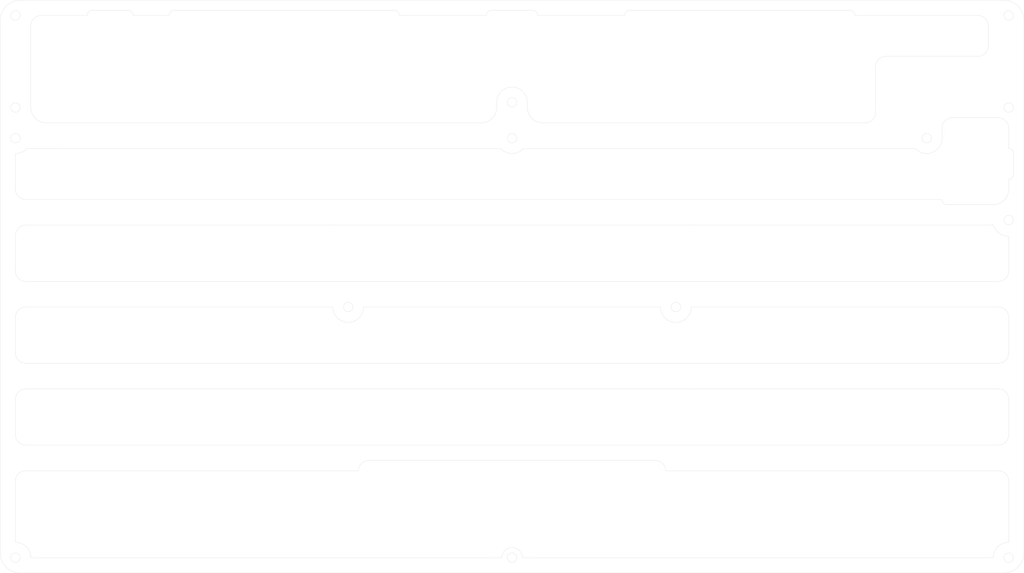
<source format=kicad_pcb>
(kicad_pcb (version 20171130) (host pcbnew "(5.1.5)-3")

  (general
    (thickness 1.6)
    (drawings 128)
    (tracks 0)
    (zones 0)
    (modules 0)
    (nets 1)
  )

  (page A4)
  (layers
    (0 F.Cu signal)
    (31 B.Cu signal)
    (32 B.Adhes user hide)
    (33 F.Adhes user hide)
    (34 B.Paste user hide)
    (35 F.Paste user hide)
    (36 B.SilkS user)
    (37 F.SilkS user)
    (38 B.Mask user)
    (39 F.Mask user)
    (40 Dwgs.User user hide)
    (41 Cmts.User user hide)
    (42 Eco1.User user hide)
    (43 Eco2.User user hide)
    (44 Edge.Cuts user)
    (45 Margin user hide)
    (46 B.CrtYd user hide)
    (47 F.CrtYd user hide)
    (48 B.Fab user hide)
    (49 F.Fab user hide)
  )

  (setup
    (last_trace_width 0.35)
    (trace_clearance 0.2)
    (zone_clearance 0.508)
    (zone_45_only no)
    (trace_min 0.2)
    (via_size 0.8)
    (via_drill 0.4)
    (via_min_size 0.4)
    (via_min_drill 0.3)
    (uvia_size 0.3)
    (uvia_drill 0.1)
    (uvias_allowed no)
    (uvia_min_size 0.2)
    (uvia_min_drill 0.1)
    (edge_width 0.05)
    (segment_width 0.2)
    (pcb_text_width 0.3)
    (pcb_text_size 1.5 1.5)
    (mod_edge_width 0.12)
    (mod_text_size 1 1)
    (mod_text_width 0.15)
    (pad_size 1.524 1.524)
    (pad_drill 0.762)
    (pad_to_mask_clearance 0.051)
    (solder_mask_min_width 0.25)
    (aux_axis_origin 0 0)
    (grid_origin 151.79925 56.426375)
    (visible_elements 7FFFF77F)
    (pcbplotparams
      (layerselection 0x01000_7ffffffe)
      (usegerberextensions true)
      (usegerberattributes false)
      (usegerberadvancedattributes false)
      (creategerberjobfile false)
      (excludeedgelayer true)
      (linewidth 0.100000)
      (plotframeref false)
      (viasonmask false)
      (mode 1)
      (useauxorigin false)
      (hpglpennumber 1)
      (hpglpenspeed 20)
      (hpglpendiameter 15.000000)
      (psnegative false)
      (psa4output false)
      (plotreference true)
      (plotvalue true)
      (plotinvisibletext false)
      (padsonsilk false)
      (subtractmaskfromsilk false)
      (outputformat 3)
      (mirror false)
      (drillshape 0)
      (scaleselection 1)
      (outputdirectory "dxf/"))
  )

  (net 0 "")

  (net_class Default "This is the default net class."
    (clearance 0.2)
    (trace_width 0.35)
    (via_dia 0.8)
    (via_drill 0.4)
    (uvia_dia 0.3)
    (uvia_drill 0.1)
    (diff_pair_width 0.35)
    (diff_pair_gap 0.25)
  )

  (gr_line (start 262.52784 30.232515) (end 262.52784 34.995035) (layer Edge.Cuts) (width 0.05) (tstamp 600FDE40))
  (gr_arc (start 260.14658 30.232515) (end 262.52784 30.232515) (angle -90) (layer Edge.Cuts) (width 0.05))
  (gr_line (start 42.26129 27.851255) (end 52.977375 27.851375) (layer Edge.Cuts) (width 0.05) (tstamp 600FB170))
  (gr_line (start 39.88003 49.282595) (end 39.88003 30.232515) (layer Edge.Cuts) (width 0.05) (tstamp 600FB16F))
  (gr_arc (start 42.26129 30.232515) (end 42.26129 27.851255) (angle -90) (layer Edge.Cuts) (width 0.05))
  (gr_line (start 260.14658 37.376295) (end 238.71524 37.376295) (layer Edge.Cuts) (width 0.05) (tstamp 600FB16E))
  (gr_line (start 233.95272 52.854485) (end 158.94303 52.854485) (layer Edge.Cuts) (width 0.05) (tstamp 600FB16D))
  (gr_line (start 236.33398 39.757555) (end 236.33398 50.473225) (layer Edge.Cuts) (width 0.05) (tstamp 600FB16C))
  (gr_arc (start 233.95272 50.473225) (end 233.95272 52.854485) (angle -90) (layer Edge.Cuts) (width 0.05))
  (gr_arc (start 238.71524 39.757555) (end 238.71524 37.376295) (angle -90) (layer Edge.Cuts) (width 0.05))
  (gr_arc (start 260.14658 34.995035) (end 260.14658 37.376295) (angle -90) (layer Edge.Cuts) (width 0.05))
  (gr_line (start 264.9091 51.663855) (end 254.19343 51.663855) (layer Edge.Cuts) (width 0.05) (tstamp 600FA523))
  (gr_line (start 267.289875 58.807625) (end 267.29036 54.045115) (layer Edge.Cuts) (width 0.05) (tstamp 600FA522))
  (gr_line (start 251.810485 56.426375) (end 251.81217 54.045115) (layer Edge.Cuts) (width 0.05) (tstamp 600FA521))
  (gr_arc (start 254.19343 54.045115) (end 254.19343 51.663855) (angle -90) (layer Edge.Cuts) (width 0.05))
  (gr_arc (start 264.9091 54.045115) (end 267.29036 54.045115) (angle -90) (layer Edge.Cuts) (width 0.05))
  (gr_line (start 43.45192 52.854485) (end 144.65547 52.854485) (layer Edge.Cuts) (width 0.05) (tstamp 600FA4DC))
  (gr_line (start 155.37114 49.282595) (end 155.37114 48.091965) (layer Edge.Cuts) (width 0.05) (tstamp 600FA4DB))
  (gr_line (start 148.22736 49.282595) (end 148.22736 48.091965) (layer Edge.Cuts) (width 0.05) (tstamp 600FA4DA))
  (gr_arc (start 144.65547 49.282595) (end 144.65547 52.854485) (angle -90) (layer Edge.Cuts) (width 0.05))
  (gr_arc (start 158.94303 49.282595) (end 155.37114 49.282595) (angle -90) (layer Edge.Cuts) (width 0.05))
  (gr_arc (start 151.79925 48.091965) (end 155.37114 48.091965) (angle -180) (layer Edge.Cuts) (width 0.05))
  (gr_arc (start 43.45192 49.282595) (end 39.88003 49.282595) (angle -90) (layer Edge.Cuts) (width 0.05))
  (gr_circle (center 267.29036 49.282595) (end 268.39036 49.282595) (layer Edge.Cuts) (width 0.05) (tstamp 600F99BD))
  (gr_circle (center 151.79925 48.091965) (end 152.89925 48.091965) (layer Edge.Cuts) (width 0.05) (tstamp 600F99BD))
  (gr_circle (center 36.30814 49.282595) (end 37.40814 49.282595) (layer Edge.Cuts) (width 0.05) (tstamp 600F99BD))
  (gr_circle (center 36.308625 154.057625) (end 37.408625 154.057625) (layer Edge.Cuts) (width 0.05) (tstamp 5FE1303D))
  (gr_circle (center 36.308625 56.426375) (end 37.408625 56.426375) (layer Edge.Cuts) (width 0.05) (tstamp 5FE13B45))
  (gr_circle (center 36.308625 27.851375) (end 37.408625 27.851375) (layer Edge.Cuts) (width 0.05) (tstamp 5FE13044))
  (gr_line (start 245.579252 58.807623) (end 154.459318 58.808245) (layer Edge.Cuts) (width 0.05) (tstamp 5FE16736))
  (gr_arc (start 151.79925 56.426375) (end 149.138626 58.807624) (angle -96.32975834) (layer Edge.Cuts) (width 0.05))
  (gr_line (start 149.138626 58.807624) (end 38.969912 58.808777) (layer Edge.Cuts) (width 0.05) (tstamp 5FE16585))
  (gr_line (start 36.308625 59.99825) (end 36.308625 68.332625) (layer Edge.Cuts) (width 0.05) (tstamp 5FE1655C))
  (gr_line (start 38.689875 70.713875) (end 251.81175 70.713875) (layer Edge.Cuts) (width 0.05) (tstamp 5FE16563))
  (gr_line (start 253.002375 71.9045) (end 263.718 71.9045) (layer Edge.Cuts) (width 0.05) (tstamp 5FE16566))
  (gr_line (start 268.4805 64.76075) (end 268.4805 59.99825) (layer Edge.Cuts) (width 0.05) (tstamp 5FE1656F))
  (gr_arc (start 248.239875 56.426375) (end 245.579252 58.807623) (angle -138.1715706) (layer Edge.Cuts) (width 0.05))
  (gr_line (start 267.289875 68.332625) (end 267.289875 65.951375) (layer Edge.Cuts) (width 0.05) (tstamp 5FE1656A))
  (gr_line (start 154.1805 154.057625) (end 155.371125 154.057625) (layer Edge.Cuts) (width 0.05) (tstamp 5FE1F21F))
  (gr_line (start 148.227375 154.057625) (end 149.418 154.057625) (layer Edge.Cuts) (width 0.05) (tstamp 5FE1F21E))
  (gr_arc (start 151.79925 154.057625) (end 154.1805 154.057625) (angle -180) (layer Edge.Cuts) (width 0.05))
  (gr_arc (start 267.289875 64.76075) (end 267.289875 65.951375) (angle -90) (layer Edge.Cuts) (width 0.05))
  (gr_arc (start 267.289875 59.99825) (end 268.4805 59.99825) (angle -90) (layer Edge.Cuts) (width 0.05))
  (gr_line (start 231.571125 27.851375) (end 260.14658 27.851375) (layer Edge.Cuts) (width 0.05) (tstamp 5FE1B4A3))
  (gr_line (start 157.752375 27.851375) (end 177.993 27.851375) (layer Edge.Cuts) (width 0.05) (tstamp 5FE1B4A2))
  (gr_line (start 125.6055 27.851375) (end 145.846125 27.851375) (layer Edge.Cuts) (width 0.05) (tstamp 5FE1B4A1))
  (gr_line (start 63.693 27.851375) (end 72.027375 27.851375) (layer Edge.Cuts) (width 0.05) (tstamp 5FE1B4A0))
  (gr_line (start 179.183625 26.66075) (end 230.3805 26.66075) (layer Edge.Cuts) (width 0.05) (tstamp 5FE19A59))
  (gr_line (start 147.03675 26.66075) (end 156.56175 26.66075) (layer Edge.Cuts) (width 0.05) (tstamp 5FE19A58))
  (gr_line (start 73.218 26.66075) (end 124.414875 26.66075) (layer Edge.Cuts) (width 0.05) (tstamp 5FE19A57))
  (gr_line (start 54.168 26.66075) (end 62.502375 26.66075) (layer Edge.Cuts) (width 0.05) (tstamp 5FE19A56))
  (gr_arc (start 230.3805 27.851375) (end 231.571125 27.851375) (angle -90) (layer Edge.Cuts) (width 0.05))
  (gr_arc (start 179.183625 27.851375) (end 179.183625 26.66075) (angle -90) (layer Edge.Cuts) (width 0.05))
  (gr_arc (start 156.56175 27.851375) (end 157.752375 27.851375) (angle -90) (layer Edge.Cuts) (width 0.05))
  (gr_arc (start 147.03675 27.851375) (end 147.03675 26.66075) (angle -90) (layer Edge.Cuts) (width 0.05))
  (gr_arc (start 124.414875 27.851375) (end 125.6055 27.851375) (angle -90) (layer Edge.Cuts) (width 0.05))
  (gr_arc (start 73.218 27.851375) (end 73.218 26.66075) (angle -90) (layer Edge.Cuts) (width 0.05))
  (gr_arc (start 62.502375 27.851375) (end 63.693 27.851375) (angle -90) (layer Edge.Cuts) (width 0.05))
  (gr_arc (start 54.168 27.851375) (end 54.168 26.66075) (angle -90) (layer Edge.Cuts) (width 0.05))
  (gr_arc (start 263.718 68.332625) (end 263.718 71.9045) (angle -90) (layer Edge.Cuts) (width 0.05))
  (gr_arc (start 253.002375 70.713875) (end 251.81175 70.713875) (angle -90) (layer Edge.Cuts) (width 0.05))
  (gr_line (start 187.518 133.817) (end 193.471125 133.817) (layer Edge.Cuts) (width 0.05) (tstamp 5FE13E7E))
  (gr_line (start 110.127375 133.817) (end 116.0805 133.817) (layer Edge.Cuts) (width 0.05) (tstamp 5FE13E7B))
  (gr_line (start 118.46175 131.43575) (end 185.13675 131.43575) (layer Edge.Cuts) (width 0.05) (tstamp 5FE13E77))
  (gr_arc (start 185.13675 133.817) (end 187.518 133.817) (angle -90) (layer Edge.Cuts) (width 0.05))
  (gr_arc (start 118.46175 133.817) (end 118.46175 131.43575) (angle -90) (layer Edge.Cuts) (width 0.05))
  (gr_line (start 267.289875 136.19825) (end 267.289875 150.48575) (layer Edge.Cuts) (width 0.05) (tstamp 5FE13DA9))
  (gr_line (start 267.289875 117.14825) (end 267.289875 125.482625) (layer Edge.Cuts) (width 0.05) (tstamp 5FE13DA8))
  (gr_line (start 36.308625 136.19825) (end 36.308625 150.48575) (layer Edge.Cuts) (width 0.05) (tstamp 5FE13DA7))
  (gr_line (start 36.308625 117.14825) (end 36.308625 125.482625) (layer Edge.Cuts) (width 0.05) (tstamp 5FE13DA6))
  (gr_line (start 38.689875 133.817) (end 110.127375 133.817) (layer Edge.Cuts) (width 0.05) (tstamp 5FE13D9C))
  (gr_arc (start 264.908625 125.482625) (end 264.908625 127.863875) (angle -90) (layer Edge.Cuts) (width 0.05) (tstamp 5FE13D9B))
  (gr_arc (start 264.908625 136.19825) (end 267.289875 136.19825) (angle -90) (layer Edge.Cuts) (width 0.05) (tstamp 5FE13D9A))
  (gr_line (start 264.908625 133.817) (end 193.471125 133.817) (layer Edge.Cuts) (width 0.05) (tstamp 5FE13D99))
  (gr_arc (start 38.689875 136.19825) (end 38.689875 133.817) (angle -90) (layer Edge.Cuts) (width 0.05) (tstamp 5FE13D98))
  (gr_line (start 38.689875 127.863875) (end 264.908625 127.863875) (layer Edge.Cuts) (width 0.05) (tstamp 5FE13D97))
  (gr_arc (start 38.689875 125.482625) (end 36.308625 125.482625) (angle -90) (layer Edge.Cuts) (width 0.05) (tstamp 5FE13D96))
  (gr_arc (start 38.689875 68.332625) (end 36.308625 68.332625) (angle -90) (layer Edge.Cuts) (width 0.05))
  (gr_arc (start 36.308625 56.426375) (end 36.308625 59.99825) (angle -48.16488004) (layer Edge.Cuts) (width 0.05))
  (gr_line (start 264.908625 89.763875) (end 38.689875 89.763875) (layer Edge.Cuts) (width 0.05) (tstamp 5FE13D4F))
  (gr_line (start 267.289874 79.241461) (end 267.289875 87.382625) (layer Edge.Cuts) (width 0.05) (tstamp 5FE13D4E))
  (gr_arc (start 264.908625 87.382625) (end 264.908625 89.763875) (angle -90) (layer Edge.Cuts) (width 0.05))
  (gr_line (start 110.127375 76.667) (end 38.689875 76.667) (layer Edge.Cuts) (width 0.05) (tstamp 5FE13D4D))
  (gr_line (start 36.308625 79.04825) (end 36.308625 87.382625) (layer Edge.Cuts) (width 0.05) (tstamp 5FE13D4B))
  (gr_arc (start 38.689875 87.382625) (end 36.308625 87.382625) (angle -90) (layer Edge.Cuts) (width 0.05))
  (gr_arc (start 38.689875 79.04825) (end 38.689875 76.667) (angle -90) (layer Edge.Cuts) (width 0.05))
  (gr_line (start 263.718001 76.666999) (end 193.471125 76.667) (layer Edge.Cuts) (width 0.05) (tstamp 5FE13D42))
  (gr_arc (start 267.289875 75.476375) (end 263.718001 76.666999) (angle -71.56505118) (layer Edge.Cuts) (width 0.05))
  (gr_line (start 38.689875 108.813875) (end 264.908625 108.813875) (layer Edge.Cuts) (width 0.05) (tstamp 5FE13C95))
  (gr_line (start 36.308625 98.09825) (end 36.308625 106.432625) (layer Edge.Cuts) (width 0.05) (tstamp 5FE13C94))
  (gr_line (start 38.689875 95.717) (end 110.127375 95.717) (layer Edge.Cuts) (width 0.05) (tstamp 5FE13C93))
  (gr_line (start 264.908625 95.717) (end 193.471125 95.717) (layer Edge.Cuts) (width 0.05) (tstamp 5FE13C92))
  (gr_line (start 267.289875 106.432625) (end 267.289875 98.09825) (layer Edge.Cuts) (width 0.05) (tstamp 5FE13C91))
  (gr_arc (start 264.908625 106.432625) (end 264.908625 108.813875) (angle -90) (layer Edge.Cuts) (width 0.05))
  (gr_arc (start 264.908625 98.09825) (end 267.289875 98.09825) (angle -90) (layer Edge.Cuts) (width 0.05))
  (gr_arc (start 38.689875 98.09825) (end 38.689875 95.717) (angle -90) (layer Edge.Cuts) (width 0.05))
  (gr_arc (start 38.689875 106.432625) (end 36.308625 106.432625) (angle -90) (layer Edge.Cuts) (width 0.05))
  (gr_line (start 38.689875 114.767) (end 110.127375 114.767) (layer Edge.Cuts) (width 0.05) (tstamp 5FE13C90))
  (gr_line (start 264.908625 114.767) (end 193.471125 114.767) (layer Edge.Cuts) (width 0.05) (tstamp 5FE13C8E))
  (gr_arc (start 264.908625 117.14825) (end 267.289875 117.14825) (angle -90) (layer Edge.Cuts) (width 0.05))
  (gr_arc (start 38.689875 117.14825) (end 38.689875 114.767) (angle -90) (layer Edge.Cuts) (width 0.05))
  (gr_circle (center 151.79925 56.426375) (end 152.89925 56.426375) (layer Edge.Cuts) (width 0.05) (tstamp 5FE13C8B))
  (gr_line (start 155.371125 154.057625) (end 263.718 154.057625) (layer Edge.Cuts) (width 0.05) (tstamp 5FE13B8B))
  (gr_line (start 39.8805 154.057625) (end 148.227375 154.057625) (layer Edge.Cuts) (width 0.05) (tstamp 5FE13B8A))
  (gr_circle (center 248.239875 56.426375) (end 249.339875 56.426375) (layer Edge.Cuts) (width 0.05) (tstamp 5FE13B45))
  (gr_circle (center 267.289875 75.476375) (end 268.389875 75.476375) (layer Edge.Cuts) (width 0.05) (tstamp 5FE13B45))
  (gr_circle (center 151.79925 154.057625) (end 152.89925 154.057625) (layer Edge.Cuts) (width 0.05) (tstamp 5FE13B20))
  (gr_line (start 193.471125 114.767) (end 110.127375 114.767) (layer Edge.Cuts) (width 0.05) (tstamp 5FE13573))
  (gr_line (start 110.127375 76.667) (end 193.471125 76.667) (layer Edge.Cuts) (width 0.05) (tstamp 5FE13572))
  (gr_arc (start 189.89925 95.717) (end 186.327375 95.717) (angle -180) (layer Edge.Cuts) (width 0.05) (tstamp 5FE13547))
  (gr_circle (center 189.89925 95.717) (end 190.99925 95.717) (layer Edge.Cuts) (width 0.05) (tstamp 5FE13546))
  (gr_arc (start 113.69925 95.717) (end 110.127375 95.717) (angle -180) (layer Edge.Cuts) (width 0.05))
  (gr_line (start 117.271125 95.717) (end 186.327375 95.717) (layer Edge.Cuts) (width 0.05))
  (gr_arc (start 36.308625 154.057625) (end 39.8805 154.057625) (angle -90) (layer Edge.Cuts) (width 0.05) (tstamp 5FE13046))
  (gr_arc (start 267.289875 154.057625) (end 267.289875 150.48575) (angle -90) (layer Edge.Cuts) (width 0.05) (tstamp 5FE13042))
  (gr_circle (center 267.289875 154.057625) (end 268.389875 154.057625) (layer Edge.Cuts) (width 0.05) (tstamp 5FE1303E))
  (gr_circle (center 113.69925 95.717) (end 114.79925 95.717) (layer Edge.Cuts) (width 0.05) (tstamp 5FE1303C))
  (gr_circle (center 267.289875 27.851375) (end 268.389875 27.851375) (layer Edge.Cuts) (width 0.05) (tstamp 5FE1303B))
  (gr_arc (start 37.49925 29.042) (end 37.49925 24.2795) (angle -90) (layer Edge.Cuts) (width 0.05) (tstamp 5FE1303A))
  (gr_arc (start 266.09925 152.867) (end 266.09925 157.6295) (angle -90) (layer Edge.Cuts) (width 0.05) (tstamp 5FE13039))
  (gr_line (start 266.09925 157.6295) (end 37.49925 157.6295) (layer Edge.Cuts) (width 0.05) (tstamp 5FE13038))
  (gr_line (start 49.79925 24.2795) (end 253.79925 24.2795) (layer Edge.Cuts) (width 0.05) (tstamp 5FE13037))
  (gr_line (start 270.86175 29.042) (end 270.86175 152.867) (layer Edge.Cuts) (width 0.05) (tstamp 5FE13036))
  (gr_line (start 32.73675 152.867) (end 32.73675 29.042) (layer Edge.Cuts) (width 0.05) (tstamp 5FE13035))
  (gr_arc (start 37.49925 152.867) (end 32.73675 152.867) (angle -90) (layer Edge.Cuts) (width 0.05) (tstamp 5FE13034))
  (gr_line (start 253.79925 24.2795) (end 266.09925 24.2795) (layer Edge.Cuts) (width 0.05) (tstamp 5FE13033))
  (gr_line (start 37.49925 24.2795) (end 49.79925 24.2795) (layer Edge.Cuts) (width 0.05) (tstamp 5FE13032))
  (gr_arc (start 266.09925 29.042) (end 270.86175 29.042) (angle -90) (layer Edge.Cuts) (width 0.05) (tstamp 5FE13031))

)

</source>
